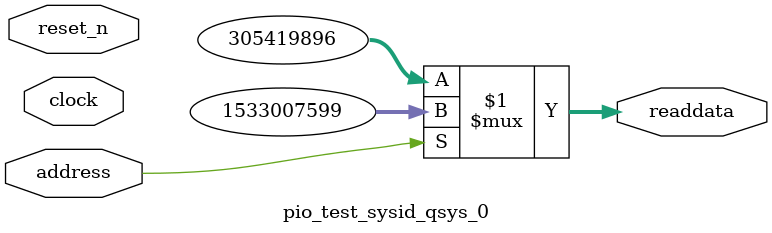
<source format=v>



// synthesis translate_off
`timescale 1ns / 1ps
// synthesis translate_on

// turn off superfluous verilog processor warnings 
// altera message_level Level1 
// altera message_off 10034 10035 10036 10037 10230 10240 10030 

module pio_test_sysid_qsys_0 (
               // inputs:
                address,
                clock,
                reset_n,

               // outputs:
                readdata
             )
;

  output  [ 31: 0] readdata;
  input            address;
  input            clock;
  input            reset_n;

  wire    [ 31: 0] readdata;
  //control_slave, which is an e_avalon_slave
  assign readdata = address ? 1533007599 : 305419896;

endmodule



</source>
